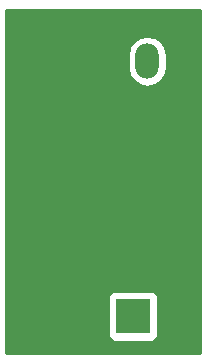
<source format=gbr>
G04 #@! TF.FileFunction,Copper,L2,Bot,Signal*
%FSLAX46Y46*%
G04 Gerber Fmt 4.6, Leading zero omitted, Abs format (unit mm)*
G04 Created by KiCad (PCBNEW 4.0.4-stable) date 12/11/17 19:55:02*
%MOMM*%
%LPD*%
G01*
G04 APERTURE LIST*
%ADD10C,0.100000*%
%ADD11R,3.000000X3.000000*%
%ADD12C,3.200000*%
%ADD13O,2.000000X3.000000*%
%ADD14C,0.250000*%
%ADD15C,0.254000*%
G04 APERTURE END LIST*
D10*
D11*
X149860000Y-110490000D03*
D12*
X144780000Y-110490000D03*
D13*
X143570000Y-88900000D03*
X151070000Y-88900000D03*
D14*
X143570000Y-109280000D02*
X144780000Y-110490000D01*
X143570000Y-88900000D02*
X143570000Y-109280000D01*
D15*
G36*
X155500000Y-113590000D02*
X139140000Y-113590000D01*
X139140000Y-108990000D01*
X147712560Y-108990000D01*
X147712560Y-111990000D01*
X147756838Y-112225317D01*
X147895910Y-112441441D01*
X148108110Y-112586431D01*
X148360000Y-112637440D01*
X151360000Y-112637440D01*
X151595317Y-112593162D01*
X151811441Y-112454090D01*
X151956431Y-112241890D01*
X152007440Y-111990000D01*
X152007440Y-108990000D01*
X151963162Y-108754683D01*
X151824090Y-108538559D01*
X151611890Y-108393569D01*
X151360000Y-108342560D01*
X148360000Y-108342560D01*
X148124683Y-108386838D01*
X147908559Y-108525910D01*
X147763569Y-108738110D01*
X147712560Y-108990000D01*
X139140000Y-108990000D01*
X139140000Y-88358173D01*
X149435000Y-88358173D01*
X149435000Y-89441827D01*
X149559457Y-90067514D01*
X149913880Y-90597947D01*
X150444313Y-90952370D01*
X151070000Y-91076827D01*
X151695687Y-90952370D01*
X152226120Y-90597947D01*
X152580543Y-90067514D01*
X152705000Y-89441827D01*
X152705000Y-88358173D01*
X152580543Y-87732486D01*
X152226120Y-87202053D01*
X151695687Y-86847630D01*
X151070000Y-86723173D01*
X150444313Y-86847630D01*
X149913880Y-87202053D01*
X149559457Y-87732486D01*
X149435000Y-88358173D01*
X139140000Y-88358173D01*
X139140000Y-84530000D01*
X155500000Y-84530000D01*
X155500000Y-113590000D01*
X155500000Y-113590000D01*
G37*
X155500000Y-113590000D02*
X139140000Y-113590000D01*
X139140000Y-108990000D01*
X147712560Y-108990000D01*
X147712560Y-111990000D01*
X147756838Y-112225317D01*
X147895910Y-112441441D01*
X148108110Y-112586431D01*
X148360000Y-112637440D01*
X151360000Y-112637440D01*
X151595317Y-112593162D01*
X151811441Y-112454090D01*
X151956431Y-112241890D01*
X152007440Y-111990000D01*
X152007440Y-108990000D01*
X151963162Y-108754683D01*
X151824090Y-108538559D01*
X151611890Y-108393569D01*
X151360000Y-108342560D01*
X148360000Y-108342560D01*
X148124683Y-108386838D01*
X147908559Y-108525910D01*
X147763569Y-108738110D01*
X147712560Y-108990000D01*
X139140000Y-108990000D01*
X139140000Y-88358173D01*
X149435000Y-88358173D01*
X149435000Y-89441827D01*
X149559457Y-90067514D01*
X149913880Y-90597947D01*
X150444313Y-90952370D01*
X151070000Y-91076827D01*
X151695687Y-90952370D01*
X152226120Y-90597947D01*
X152580543Y-90067514D01*
X152705000Y-89441827D01*
X152705000Y-88358173D01*
X152580543Y-87732486D01*
X152226120Y-87202053D01*
X151695687Y-86847630D01*
X151070000Y-86723173D01*
X150444313Y-86847630D01*
X149913880Y-87202053D01*
X149559457Y-87732486D01*
X149435000Y-88358173D01*
X139140000Y-88358173D01*
X139140000Y-84530000D01*
X155500000Y-84530000D01*
X155500000Y-113590000D01*
M02*

</source>
